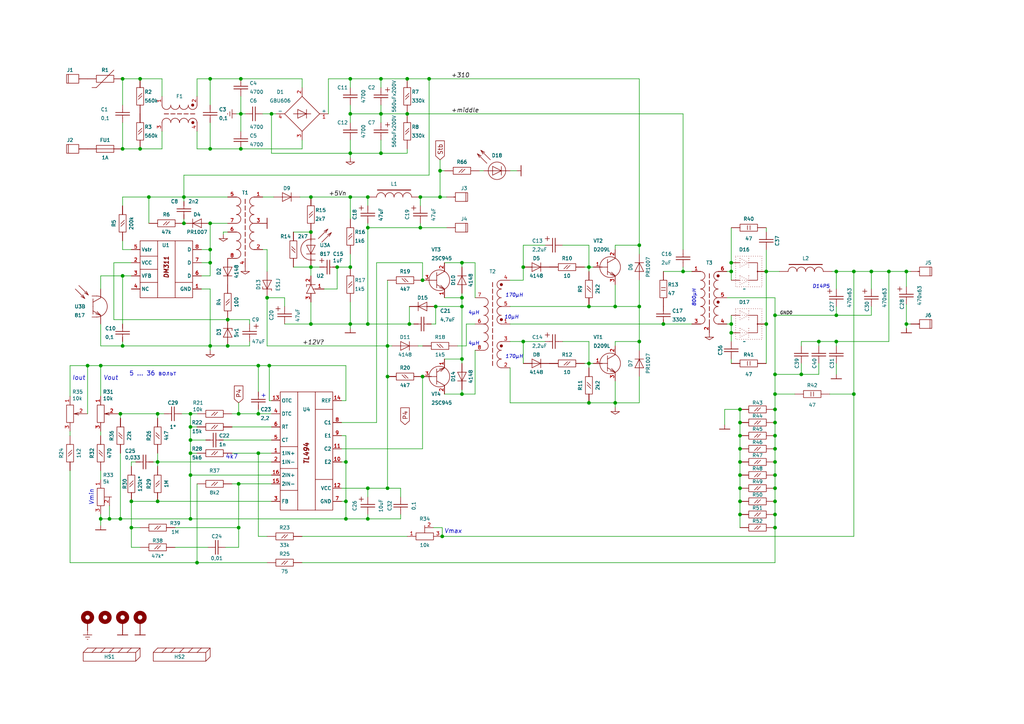
<source format=kicad_sch>
(kicad_sch (version 20230121) (generator eeschema)
  (paper "A4")
  (junction (at 112.395 109.22))
  (junction (at 66.04 92.71))
  (junction (at 232.41 108.585))
  (junction (at 214.63 149.225))
  (junction (at 192.405 93.98))
  (junction (at 224.79 133.985))
  (junction (at 69.215 153.035))
  (junction (at 106.68 141.605))
  (junction (at 262.89 78.74))
  (junction (at 133.985 104.14))
  (junction (at 252.73 78.74))
  (junction (at 97.79 77.47))
  (junction (at 247.65 78.74))
  (junction (at 112.395 141.605))
  (junction (at 214.63 118.745))
  (junction (at 224.79 122.555))
  (junction (at 69.215 120.015))
  (junction (at 127.635 49.53))
  (junction (at 151.765 99.06))
  (junction (at 222.25 93.98))
  (junction (at 55.245 123.825))
  (junction (at 66.04 100.33))
  (junction (at 38.1 145.415))
  (junction (at 185.42 88.9))
  (junction (at 224.79 149.225))
  (junction (at 118.11 22.86))
  (junction (at 106.68 57.15))
  (junction (at 57.15 163.195))
  (junction (at 112.395 100.33))
  (junction (at 151.765 77.47))
  (junction (at 53.34 57.15))
  (junction (at 133.985 114.3))
  (junction (at 185.42 99.06))
  (junction (at 78.74 33.02))
  (junction (at 35.56 22.86))
  (junction (at 257.81 78.74))
  (junction (at 106.68 66.04))
  (junction (at 55.245 131.445))
  (junction (at 60.96 100.33))
  (junction (at 122.555 109.22))
  (junction (at 224.79 137.795))
  (junction (at 224.79 114.3))
  (junction (at 224.79 153.035))
  (junction (at 90.17 57.15))
  (junction (at 124.46 22.86))
  (junction (at 121.92 66.04))
  (junction (at 43.18 57.15))
  (junction (at 40.64 43.18))
  (junction (at 101.6 22.86))
  (junction (at 31.75 150.495))
  (junction (at 101.6 77.47))
  (junction (at 100.33 150.495))
  (junction (at 35.56 100.33))
  (junction (at 224.79 130.175))
  (junction (at 170.815 116.84))
  (junction (at 126.365 88.9))
  (junction (at 45.72 133.985))
  (junction (at 69.85 43.18))
  (junction (at 55.245 137.795))
  (junction (at 133.985 76.2))
  (junction (at 69.85 22.86))
  (junction (at 74.93 106.045))
  (junction (at 100.33 145.415))
  (junction (at 212.09 96.52))
  (junction (at 214.63 133.985))
  (junction (at 110.49 44.45))
  (junction (at 224.79 91.44))
  (junction (at 214.63 122.555))
  (junction (at 224.79 108.585))
  (junction (at 106.68 93.98))
  (junction (at 178.435 116.84))
  (junction (at 34.925 120.015))
  (junction (at 110.49 33.02))
  (junction (at 214.63 145.415))
  (junction (at 121.92 57.15))
  (junction (at 78.105 106.045))
  (junction (at 29.21 106.045))
  (junction (at 133.985 86.36))
  (junction (at 170.815 88.9))
  (junction (at 214.63 130.175))
  (junction (at 90.17 77.47))
  (junction (at 100.33 133.985))
  (junction (at 242.57 91.44))
  (junction (at 40.64 22.86))
  (junction (at 69.215 140.335))
  (junction (at 45.72 120.015))
  (junction (at 45.72 145.415))
  (junction (at 74.93 120.015))
  (junction (at 29.21 150.495))
  (junction (at 212.09 93.98))
  (junction (at 55.245 127.635))
  (junction (at 242.57 78.74))
  (junction (at 127.635 57.15))
  (junction (at 34.925 150.495))
  (junction (at 237.49 99.06))
  (junction (at 224.79 141.605))
  (junction (at 35.56 80.01))
  (junction (at 60.96 64.77))
  (junction (at 101.6 33.02))
  (junction (at 185.42 71.12))
  (junction (at 101.6 93.98))
  (junction (at 133.985 88.9))
  (junction (at 60.96 72.39))
  (junction (at 170.815 77.47))
  (junction (at 60.96 76.2))
  (junction (at 101.6 57.15))
  (junction (at 214.63 126.365))
  (junction (at 25.4 106.045))
  (junction (at 101.6 44.45))
  (junction (at 222.25 78.74))
  (junction (at 60.96 43.18))
  (junction (at 212.09 76.2))
  (junction (at 224.79 145.415))
  (junction (at 262.89 93.98))
  (junction (at 128.27 155.575))
  (junction (at 212.09 78.74))
  (junction (at 214.63 137.795))
  (junction (at 106.68 150.495))
  (junction (at 38.1 153.035))
  (junction (at 90.17 67.31))
  (junction (at 118.11 33.02))
  (junction (at 35.56 43.18))
  (junction (at 55.245 120.015))
  (junction (at 90.17 93.98))
  (junction (at 55.245 150.495))
  (junction (at 122.555 81.28))
  (junction (at 247.65 114.3))
  (junction (at 242.57 99.06))
  (junction (at 170.815 105.41))
  (junction (at 74.93 131.445))
  (junction (at 53.34 64.77))
  (junction (at 69.85 33.02))
  (junction (at 198.12 78.74))
  (junction (at 178.435 88.9))
  (junction (at 214.63 141.605))
  (junction (at 224.79 118.745))
  (junction (at 77.47 86.36))
  (junction (at 118.745 93.98))
  (junction (at 110.49 22.86))
  (junction (at 224.79 126.365))
  (junction (at 60.96 22.86))
  (wire (pts (xy 212.09 78.74) (xy 210.82 78.74)))
  (wire (pts (xy 110.49 22.86) (xy 110.49 25.4)))
  (wire (pts (xy 214.63 130.175) (xy 214.63 133.985)))
  (wire (pts (xy 101.6 93.98) (xy 101.6 95.25)))
  (wire (pts (xy 147.955 106.68) (xy 147.955 116.84)))
  (wire (pts (xy 110.49 33.02) (xy 118.11 33.02)))
  (wire (pts (xy 67.31 123.825) (xy 78.74 123.825)))
  (wire (pts (xy 178.435 99.06) (xy 185.42 99.06)))
  (wire (pts (xy 170.815 71.12) (xy 163.195 71.12)))
  (wire (pts (xy 53.34 50.8) (xy 124.46 50.8)))
  (wire (pts (xy 118.11 33.02) (xy 198.12 33.02)))
  (wire (pts (xy 69.215 116.84) (xy 69.215 120.015)))
  (wire (pts (xy 214.63 137.795) (xy 214.63 141.605)))
  (wire (pts (xy 242.57 78.74) (xy 242.57 83.82)))
  (wire (pts (xy 106.68 141.605) (xy 112.395 141.605)))
  (wire (pts (xy 69.85 27.94) (xy 69.85 33.02)))
  (wire (pts (xy 38.1 80.01) (xy 35.56 80.01)))
  (wire (pts (xy 90.17 80.01) (xy 90.17 77.47)))
  (wire (pts (xy 133.985 113.03) (xy 133.985 114.3)))
  (wire (pts (xy 169.545 77.47) (xy 170.815 77.47)))
  (wire (pts (xy 178.435 71.12) (xy 178.435 72.39)))
  (wire (pts (xy 64.77 67.945) (xy 64.77 67.31)))
  (wire (pts (xy 224.79 108.585) (xy 232.41 108.585)))
  (wire (pts (xy 198.12 72.39) (xy 198.12 33.02)))
  (wire (pts (xy 252.73 88.9) (xy 252.73 91.44)))
  (wire (pts (xy 222.25 66.04) (xy 222.25 67.31)))
  (wire (pts (xy 170.815 105.41) (xy 172.085 105.41)))
  (wire (pts (xy 60.96 22.86) (xy 57.15 22.86)))
  (wire (pts (xy 242.57 91.44) (xy 224.79 91.44)))
  (wire (pts (xy 112.395 81.28) (xy 112.395 100.33)))
  (wire (pts (xy 29.21 106.045) (xy 74.93 106.045)))
  (wire (pts (xy 60.96 83.82) (xy 60.96 100.33)))
  (wire (pts (xy 222.25 78.74) (xy 226.06 78.74)))
  (wire (pts (xy 178.435 116.84) (xy 170.815 116.84)))
  (wire (pts (xy 78.74 137.795) (xy 55.245 137.795)))
  (wire (pts (xy 158.115 71.12) (xy 151.765 71.12)))
  (wire (pts (xy 64.77 127.635) (xy 78.74 127.635)))
  (wire (pts (xy 147.955 93.98) (xy 192.405 93.98)))
  (wire (pts (xy 137.795 86.36) (xy 137.795 76.2)))
  (wire (pts (xy 46.99 27.94) (xy 46.99 22.86)))
  (wire (pts (xy 101.6 87.63) (xy 101.6 93.98)))
  (wire (pts (xy 247.65 78.74) (xy 242.57 78.74)))
  (wire (pts (xy 35.56 72.39) (xy 38.1 72.39)))
  (wire (pts (xy 109.22 76.2) (xy 109.22 122.555)))
  (wire (pts (xy 57.15 163.195) (xy 77.47 163.195)))
  (wire (pts (xy 85.09 77.47) (xy 90.17 77.47)))
  (wire (pts (xy 34.29 120.015) (xy 34.925 120.015)))
  (wire (pts (xy 72.39 99.06) (xy 72.39 100.33)))
  (wire (pts (xy 97.79 83.82) (xy 97.79 77.47)))
  (wire (pts (xy 122.555 76.2) (xy 109.22 76.2)))
  (wire (pts (xy 53.34 57.15) (xy 53.34 50.8)))
  (wire (pts (xy 101.6 33.02) (xy 110.49 33.02)))
  (wire (pts (xy 247.65 114.3) (xy 247.65 78.74)))
  (wire (pts (xy 116.205 141.605) (xy 116.205 144.145)))
  (wire (pts (xy 55.245 150.495) (xy 100.33 150.495)))
  (wire (pts (xy 55.245 137.795) (xy 55.245 150.495)))
  (wire (pts (xy 35.56 22.86) (xy 35.56 30.48)))
  (wire (pts (xy 40.64 153.035) (xy 38.1 153.035)))
  (wire (pts (xy 78.74 33.02) (xy 78.74 44.45)))
  (wire (pts (xy 242.57 99.06) (xy 257.81 99.06)))
  (wire (pts (xy 38.1 153.035) (xy 38.1 158.75)))
  (wire (pts (xy 106.68 59.69) (xy 106.68 57.15)))
  (wire (pts (xy 78.105 106.045) (xy 78.105 116.205)))
  (wire (pts (xy 99.06 145.415) (xy 100.33 145.415)))
  (wire (pts (xy 125.73 153.035) (xy 128.27 153.035)))
  (wire (pts (xy 192.405 93.98) (xy 200.66 93.98)))
  (wire (pts (xy 34.925 131.445) (xy 34.925 150.495)))
  (wire (pts (xy 74.93 155.575) (xy 74.93 131.445)))
  (wire (pts (xy 60.96 22.86) (xy 69.85 22.86)))
  (wire (pts (xy 35.56 100.33) (xy 35.56 99.06)))
  (wire (pts (xy 106.68 93.98) (xy 118.745 93.98)))
  (wire (pts (xy 121.92 66.04) (xy 106.68 66.04)))
  (wire (pts (xy 237.49 99.06) (xy 237.49 100.33)))
  (wire (pts (xy 133.985 114.3) (xy 128.905 114.3)))
  (wire (pts (xy 60.96 83.82) (xy 58.42 83.82)))
  (wire (pts (xy 60.96 43.18) (xy 60.96 35.56)))
  (wire (pts (xy 137.795 93.98) (xy 135.255 93.98)))
  (wire (pts (xy 232.41 108.585) (xy 237.49 108.585)))
  (wire (pts (xy 212.09 78.74) (xy 212.09 81.28)))
  (wire (pts (xy 122.555 76.2) (xy 122.555 81.28)))
  (wire (pts (xy 252.73 91.44) (xy 242.57 91.44)))
  (wire (pts (xy 34.925 150.495) (xy 55.245 150.495)))
  (wire (pts (xy 224.79 130.175) (xy 224.79 133.985)))
  (wire (pts (xy 106.68 149.225) (xy 106.68 150.495)))
  (wire (pts (xy 76.2 57.15) (xy 79.375 57.15)))
  (wire (pts (xy 185.42 22.86) (xy 185.42 71.12)))
  (wire (pts (xy 60.96 100.33) (xy 60.96 101.6)))
  (wire (pts (xy 178.435 99.06) (xy 178.435 100.33)))
  (wire (pts (xy 38.1 158.75) (xy 40.64 158.75)))
  (wire (pts (xy 34.925 120.015) (xy 45.72 120.015)))
  (wire (pts (xy 237.49 99.06) (xy 242.57 99.06)))
  (wire (pts (xy 101.6 25.4) (xy 101.6 22.86)))
  (wire (pts (xy 60.96 43.18) (xy 69.85 43.18)))
  (wire (pts (xy 137.795 76.2) (xy 133.985 76.2)))
  (wire (pts (xy 66.04 64.77) (xy 60.96 64.77)))
  (wire (pts (xy 125.095 93.98) (xy 126.365 93.98)))
  (wire (pts (xy 45.72 135.255) (xy 45.72 133.985)))
  (wire (pts (xy 147.955 116.84) (xy 170.815 116.84)))
  (wire (pts (xy 110.49 33.02) (xy 110.49 35.56)))
  (wire (pts (xy 224.79 145.415) (xy 224.79 149.225)))
  (wire (pts (xy 133.985 86.36) (xy 133.985 88.9)))
  (wire (pts (xy 39.37 133.985) (xy 38.1 133.985)))
  (wire (pts (xy 178.435 71.12) (xy 185.42 71.12)))
  (wire (pts (xy 185.42 73.66) (xy 185.42 71.12)))
  (wire (pts (xy 214.63 133.985) (xy 214.63 137.795)))
  (wire (pts (xy 55.245 123.825) (xy 57.15 123.825)))
  (wire (pts (xy 247.65 78.74) (xy 252.73 78.74)))
  (wire (pts (xy 35.56 35.56) (xy 35.56 43.18)))
  (wire (pts (xy 198.12 77.47) (xy 198.12 78.74)))
  (wire (pts (xy 170.815 77.47) (xy 172.085 77.47)))
  (wire (pts (xy 224.79 108.585) (xy 224.79 114.3)))
  (wire (pts (xy 133.985 85.09) (xy 133.985 86.36)))
  (wire (pts (xy 170.815 99.06) (xy 170.815 105.41)))
  (wire (pts (xy 99.06 133.985) (xy 100.33 133.985)))
  (wire (pts (xy 65.405 158.75) (xy 69.215 158.75)))
  (wire (pts (xy 224.79 114.3) (xy 224.79 118.745)))
  (wire (pts (xy 55.245 120.015) (xy 55.245 123.825)))
  (wire (pts (xy 69.85 33.02) (xy 71.12 33.02)))
  (wire (pts (xy 224.79 153.035) (xy 224.79 163.195)))
  (wire (pts (xy 43.18 57.15) (xy 53.34 57.15)))
  (wire (pts (xy 178.435 110.49) (xy 178.435 116.84)))
  (wire (pts (xy 85.09 67.31) (xy 90.17 67.31)))
  (wire (pts (xy 147.955 88.9) (xy 170.815 88.9)))
  (wire (pts (xy 74.93 131.445) (xy 78.74 131.445)))
  (wire (pts (xy 58.42 80.01) (xy 60.96 80.01)))
  (wire (pts (xy 50.8 153.035) (xy 69.215 153.035)))
  (wire (pts (xy 112.395 141.605) (xy 116.205 141.605)))
  (wire (pts (xy 178.435 82.55) (xy 178.435 88.9)))
  (wire (pts (xy 128.27 155.575) (xy 128.27 153.035)))
  (wire (pts (xy 45.72 131.445) (xy 45.72 133.985)))
  (wire (pts (xy 101.6 44.45) (xy 110.49 44.45)))
  (wire (pts (xy 214.63 122.555) (xy 214.63 126.365)))
  (wire (pts (xy 69.215 140.335) (xy 78.74 140.335)))
  (wire (pts (xy 29.21 80.01) (xy 35.56 80.01)))
  (wire (pts (xy 224.79 126.365) (xy 224.79 130.175)))
  (wire (pts (xy 242.57 100.33) (xy 242.57 99.06)))
  (wire (pts (xy 185.42 101.6) (xy 185.42 99.06)))
  (wire (pts (xy 90.17 57.15) (xy 101.6 57.15)))
  (wire (pts (xy 35.56 69.85) (xy 35.56 72.39)))
  (wire (pts (xy 170.815 78.74) (xy 170.815 77.47)))
  (wire (pts (xy 110.49 30.48) (xy 110.49 33.02)))
  (wire (pts (xy 60.96 30.48) (xy 60.96 22.86)))
  (wire (pts (xy 224.79 86.36) (xy 224.79 91.44)))
  (wire (pts (xy 214.63 126.365) (xy 214.63 130.175)))
  (wire (pts (xy 133.985 105.41) (xy 133.985 104.14)))
  (wire (pts (xy 57.15 38.1) (xy 57.15 43.18)))
  (wire (pts (xy 82.55 93.98) (xy 90.17 93.98)))
  (wire (pts (xy 101.6 44.45) (xy 101.6 45.72)))
  (wire (pts (xy 120.015 93.98) (xy 118.745 93.98)))
  (wire (pts (xy 210.185 118.745) (xy 214.63 118.745)))
  (wire (pts (xy 128.905 76.2) (xy 133.985 76.2)))
  (wire (pts (xy 67.31 120.015) (xy 69.215 120.015)))
  (wire (pts (xy 237.49 105.41) (xy 237.49 108.585)))
  (wire (pts (xy 262.89 83.185) (xy 262.89 78.74)))
  (wire (pts (xy 185.42 81.28) (xy 185.42 88.9)))
  (wire (pts (xy 110.49 44.45) (xy 118.11 44.45)))
  (wire (pts (xy 29.21 150.495) (xy 29.21 152.4)))
  (wire (pts (xy 222.25 93.98) (xy 222.25 105.41)))
  (wire (pts (xy 29.21 93.98) (xy 29.21 100.33)))
  (wire (pts (xy 185.42 109.22) (xy 185.42 116.84)))
  (wire (pts (xy 124.46 50.8) (xy 124.46 22.86)))
  (wire (pts (xy 95.25 22.86) (xy 101.6 22.86)))
  (wire (pts (xy 198.12 78.74) (xy 200.66 78.74)))
  (wire (pts (xy 210.185 118.745) (xy 210.185 123.19)))
  (wire (pts (xy 224.79 114.3) (xy 230.505 114.3)))
  (wire (pts (xy 35.56 100.33) (xy 60.96 100.33)))
  (wire (pts (xy 74.93 106.045) (xy 78.105 106.045)))
  (wire (pts (xy 232.41 100.33) (xy 232.41 99.06)))
  (wire (pts (xy 74.93 118.745) (xy 74.93 120.015)))
  (wire (pts (xy 124.46 22.86) (xy 185.42 22.86)))
  (wire (pts (xy 262.89 93.98) (xy 262.89 95.25)))
  (wire (pts (xy 57.15 22.86) (xy 57.15 27.94)))
  (wire (pts (xy 29.21 150.495) (xy 31.75 150.495)))
  (wire (pts (xy 127.635 46.355) (xy 127.635 49.53)))
  (wire (pts (xy 87.63 155.575) (xy 118.11 155.575)))
  (wire (pts (xy 224.79 133.985) (xy 224.79 137.795)))
  (wire (pts (xy 90.17 87.63) (xy 90.17 93.98)))
  (wire (pts (xy 133.985 114.3) (xy 137.795 114.3)))
  (wire (pts (xy 20.32 125.095) (xy 20.32 126.365)))
  (wire (pts (xy 77.47 100.33) (xy 112.395 100.33)))
  (wire (pts (xy 31.75 146.685) (xy 31.75 150.495)))
  (wire (pts (xy 25.4 106.045) (xy 25.4 120.015)))
  (wire (pts (xy 242.57 105.41) (xy 242.57 108.585)))
  (wire (pts (xy 112.395 109.22) (xy 112.395 141.605)))
  (wire (pts (xy 57.15 120.015) (xy 55.245 120.015)))
  (wire (pts (xy 20.32 163.195) (xy 57.15 163.195)))
  (wire (pts (xy 29.21 100.33) (xy 35.56 100.33)))
  (wire (pts (xy 106.68 150.495) (xy 100.33 150.495)))
  (wire (pts (xy 224.79 141.605) (xy 224.79 145.415)))
  (wire (pts (xy 25.4 106.045) (xy 29.21 106.045)))
  (wire (pts (xy 97.79 77.47) (xy 101.6 77.47)))
  (wire (pts (xy 60.96 72.39) (xy 60.96 76.2)))
  (wire (pts (xy 33.02 92.71) (xy 66.04 92.71)))
  (wire (pts (xy 77.47 86.36) (xy 82.55 86.36)))
  (wire (pts (xy 53.34 57.15) (xy 53.34 58.42)))
  (wire (pts (xy 212.09 93.98) (xy 212.09 96.52)))
  (wire (pts (xy 212.09 91.44) (xy 212.09 93.98)))
  (wire (pts (xy 29.21 126.365) (xy 29.21 125.095)))
  (wire (pts (xy 93.98 83.82) (xy 97.79 83.82)))
  (wire (pts (xy 87.63 22.86) (xy 69.85 22.86)))
  (wire (pts (xy 135.255 100.33) (xy 132.715 100.33)))
  (wire (pts (xy 60.96 80.01) (xy 60.96 76.2)))
  (wire (pts (xy 35.56 43.18) (xy 40.64 43.18)))
  (wire (pts (xy 252.73 78.74) (xy 257.81 78.74)))
  (wire (pts (xy 100.33 133.985) (xy 100.33 126.365)))
  (wire (pts (xy 210.82 93.98) (xy 212.09 93.98)))
  (wire (pts (xy 69.215 120.015) (xy 74.93 120.015)))
  (wire (pts (xy 185.42 88.9) (xy 185.42 99.06)))
  (wire (pts (xy 29.21 136.525) (xy 29.21 139.065)))
  (wire (pts (xy 45.72 145.415) (xy 78.74 145.415)))
  (wire (pts (xy 53.34 57.15) (xy 66.04 57.15)))
  (wire (pts (xy 50.8 158.75) (xy 60.325 158.75)))
  (wire (pts (xy 45.72 133.985) (xy 78.74 133.985)))
  (wire (pts (xy 100.33 106.045) (xy 100.33 116.205)))
  (wire (pts (xy 151.765 99.06) (xy 151.765 105.41)))
  (wire (pts (xy 224.79 118.745) (xy 224.79 122.555)))
  (wire (pts (xy 29.21 106.045) (xy 29.21 114.935)))
  (wire (pts (xy 58.42 76.2) (xy 60.96 76.2)))
  (wire (pts (xy 118.745 93.98) (xy 118.745 88.9)))
  (wire (pts (xy 74.93 120.015) (xy 78.74 120.015)))
  (wire (pts (xy 242.57 91.44) (xy 242.57 88.9)))
  (wire (pts (xy 78.74 44.45) (xy 101.6 44.45)))
  (wire (pts (xy 60.96 64.77) (xy 60.96 72.39)))
  (wire (pts (xy 38.1 145.415) (xy 38.1 153.035)))
  (wire (pts (xy 170.815 105.41) (xy 170.815 106.68)))
  (wire (pts (xy 121.92 57.15) (xy 121.92 59.69)))
  (wire (pts (xy 214.63 141.605) (xy 214.63 145.415)))
  (wire (pts (xy 55.245 131.445) (xy 55.245 127.635)))
  (wire (pts (xy 126.365 88.9) (xy 133.985 88.9)))
  (wire (pts (xy 86.995 57.15) (xy 90.17 57.15)))
  (wire (pts (xy 38.1 133.985) (xy 38.1 135.255)))
  (wire (pts (xy 257.81 78.74) (xy 257.81 99.06)))
  (wire (pts (xy 101.6 22.86) (xy 110.49 22.86)))
  (wire (pts (xy 55.245 131.445) (xy 57.15 131.445)))
  (wire (pts (xy 60.96 100.33) (xy 66.04 100.33)))
  (wire (pts (xy 45.72 120.015) (xy 45.72 121.285)))
  (wire (pts (xy 127.635 49.53) (xy 128.905 49.53)))
  (wire (pts (xy 31.75 150.495) (xy 34.925 150.495)))
  (wire (pts (xy 87.63 25.4) (xy 87.63 22.86)))
  (wire (pts (xy 139.065 49.53) (xy 140.335 49.53)))
  (wire (pts (xy 77.47 155.575) (xy 74.93 155.575)))
  (wire (pts (xy 212.09 96.52) (xy 212.09 99.06)))
  (wire (pts (xy 151.765 77.47) (xy 151.765 81.28)))
  (wire (pts (xy 38.1 145.415) (xy 45.72 145.415)))
  (wire (pts (xy 127.635 57.15) (xy 129.54 57.15)))
  (wire (pts (xy 20.32 106.045) (xy 25.4 106.045)))
  (wire (pts (xy 101.6 57.15) (xy 106.68 57.15)))
  (wire (pts (xy 222.25 72.39) (xy 222.25 78.74)))
  (wire (pts (xy 29.21 149.225) (xy 29.21 150.495)))
  (wire (pts (xy 55.245 127.635) (xy 59.69 127.635)))
  (wire (pts (xy 99.06 116.205) (xy 100.33 116.205)))
  (wire (pts (xy 151.765 71.12) (xy 151.765 77.47)))
  (wire (pts (xy 240.665 114.3) (xy 247.65 114.3)))
  (wire (pts (xy 100.33 126.365) (xy 99.06 126.365)))
  (wire (pts (xy 210.82 86.36) (xy 224.79 86.36)))
  (wire (pts (xy 57.15 43.18) (xy 60.96 43.18)))
  (wire (pts (xy 52.705 120.015) (xy 55.245 120.015)))
  (wire (pts (xy 87.63 163.195) (xy 224.79 163.195)))
  (wire (pts (xy 101.6 93.98) (xy 90.17 93.98)))
  (wire (pts (xy 87.63 40.64) (xy 87.63 43.18)))
  (wire (pts (xy 212.09 66.04) (xy 212.09 76.2)))
  (wire (pts (xy 72.39 100.33) (xy 66.04 100.33)))
  (wire (pts (xy 170.815 105.41) (xy 169.545 105.41)))
  (wire (pts (xy 135.255 93.98) (xy 135.255 100.33)))
  (wire (pts (xy 170.815 88.9) (xy 178.435 88.9)))
  (wire (pts (xy 121.92 64.77) (xy 121.92 66.04)))
  (wire (pts (xy 224.79 137.795) (xy 224.79 141.605)))
  (wire (pts (xy 126.365 93.98) (xy 126.365 88.9)))
  (wire (pts (xy 112.395 100.33) (xy 112.395 109.22)))
  (wire (pts (xy 112.395 100.33) (xy 113.665 100.33)))
  (wire (pts (xy 224.79 149.225) (xy 224.79 153.035)))
  (wire (pts (xy 106.68 66.04) (xy 106.68 93.98)))
  (wire (pts (xy 106.68 93.98) (xy 101.6 93.98)))
  (wire (pts (xy 116.205 149.225) (xy 116.205 150.495)))
  (wire (pts (xy 44.45 133.985) (xy 45.72 133.985)))
  (wire (pts (xy 127.635 49.53) (xy 127.635 57.15)))
  (wire (pts (xy 252.73 78.74) (xy 252.73 83.82)))
  (wire (pts (xy 101.6 63.5) (xy 101.6 57.15)))
  (wire (pts (xy 87.63 43.18) (xy 69.85 43.18)))
  (wire (pts (xy 121.92 57.15) (xy 127.635 57.15)))
  (wire (pts (xy 77.47 100.33) (xy 77.47 86.36)))
  (wire (pts (xy 55.245 123.825) (xy 55.245 127.635)))
  (wire (pts (xy 118.11 22.86) (xy 124.46 22.86)))
  (wire (pts (xy 242.57 78.74) (xy 241.3 78.74)))
  (wire (pts (xy 57.15 140.335) (xy 57.15 163.195)))
  (wire (pts (xy 101.6 30.48) (xy 101.6 33.02)))
  (wire (pts (xy 101.6 73.66) (xy 101.6 77.47)))
  (wire (pts (xy 33.02 76.2) (xy 33.02 92.71)))
  (wire (pts (xy 38.1 76.2) (xy 33.02 76.2)))
  (wire (pts (xy 20.32 136.525) (xy 20.32 163.195)))
  (wire (pts (xy 77.47 78.74) (xy 77.47 72.39)))
  (wire (pts (xy 101.6 33.02) (xy 101.6 35.56)))
  (wire (pts (xy 214.63 118.745) (xy 214.63 122.555)))
  (wire (pts (xy 35.56 80.01) (xy 35.56 93.98)))
  (wire (pts (xy 95.25 33.02) (xy 95.25 22.86)))
  (wire (pts (xy 90.17 77.47) (xy 92.71 77.47)))
  (wire (pts (xy 133.985 77.47) (xy 133.985 76.2)))
  (wire (pts (xy 34.925 120.015) (xy 34.925 121.285)))
  (wire (pts (xy 133.985 86.36) (xy 128.905 86.36)))
  (wire (pts (xy 45.72 120.015) (xy 47.625 120.015)))
  (wire (pts (xy 116.205 150.495) (xy 106.68 150.495)))
  (wire (pts (xy 262.89 93.98) (xy 264.16 93.98)))
  (wire (pts (xy 67.31 131.445) (xy 74.93 131.445)))
  (wire (pts (xy 67.31 140.335) (xy 69.215 140.335)))
  (wire (pts (xy 46.99 38.1) (xy 46.99 43.18)))
  (wire (pts (xy 106.68 64.77) (xy 106.68 66.04)))
  (wire (pts (xy 147.955 49.53) (xy 149.86 49.53)))
  (wire (pts (xy 72.39 93.98) (xy 72.39 92.71)))
  (wire (pts (xy 128.27 155.575) (xy 247.65 155.575)))
  (wire (pts (xy 122.555 109.22) (xy 122.555 130.175)))
  (wire (pts (xy 121.285 100.33) (xy 122.555 100.33)))
  (wire (pts (xy 101.6 40.64) (xy 101.6 44.45)))
  (wire (pts (xy 224.79 91.44) (xy 224.79 108.585)))
  (wire (pts (xy 212.09 104.14) (xy 212.09 105.41)))
  (wire (pts (xy 35.56 57.15) (xy 43.18 57.15)))
  (wire (pts (xy 178.435 88.9) (xy 185.42 88.9)))
  (wire (pts (xy 257.81 78.74) (xy 262.89 78.74)))
  (wire (pts (xy 58.42 72.39) (xy 60.96 72.39)))
  (wire (pts (xy 118.11 43.18) (xy 118.11 44.45)))
  (wire (pts (xy 46.99 22.86) (xy 40.64 22.86)))
  (wire (pts (xy 222.25 78.74) (xy 222.25 93.98)))
  (wire (pts (xy 100.33 145.415) (xy 100.33 133.985)))
  (wire (pts (xy 100.33 106.045) (xy 78.105 106.045)))
  (wire (pts (xy 247.65 155.575) (xy 247.65 114.3)))
  (wire (pts (xy 82.55 86.36) (xy 82.55 88.9)))
  (wire (pts (xy 163.195 99.06) (xy 170.815 99.06)))
  (wire (pts (xy 74.93 106.045) (xy 74.93 113.665)))
  (wire (pts (xy 77.47 72.39) (xy 76.2 72.39)))
  (wire (pts (xy 214.63 149.225) (xy 214.63 153.035)))
  (wire (pts (xy 192.405 78.74) (xy 198.12 78.74)))
  (wire (pts (xy 53.34 63.5) (xy 53.34 64.77)))
  (wire (pts (xy 78.74 116.205) (xy 78.105 116.205)))
  (wire (pts (xy 35.56 22.86) (xy 40.64 22.86)))
  (wire (pts (xy 99.06 141.605) (xy 106.68 141.605)))
  (wire (pts (xy 147.955 99.06) (xy 151.765 99.06)))
  (wire (pts (xy 55.245 131.445) (xy 55.245 137.795)))
  (wire (pts (xy 29.21 83.82) (xy 29.21 80.01)))
  (wire (pts (xy 262.89 88.265) (xy 262.89 93.98)))
  (wire (pts (xy 69.215 140.335) (xy 69.215 153.035)))
  (wire (pts (xy 69.215 153.035) (xy 69.215 158.75)))
  (wire (pts (xy 99.06 122.555) (xy 109.22 122.555)))
  (wire (pts (xy 214.63 145.415) (xy 214.63 149.225)))
  (wire (pts (xy 133.985 88.9) (xy 133.985 104.14)))
  (wire (pts (xy 64.77 67.31) (xy 66.04 67.31)))
  (wire (pts (xy 224.79 122.555) (xy 224.79 126.365)))
  (wire (pts (xy 69.85 33.02) (xy 69.85 38.1)))
  (wire (pts (xy 137.795 101.6) (xy 137.795 114.3)))
  (wire (pts (xy 232.41 105.41) (xy 232.41 108.585)))
  (wire (pts (xy 78.74 33.02) (xy 76.2 33.02)))
  (wire (pts (xy 232.41 99.06) (xy 237.49 99.06)))
  (wire (pts (xy 110.49 40.64) (xy 110.49 44.45)))
  (wire (pts (xy 100.33 145.415) (xy 100.33 150.495)))
  (wire (pts (xy 110.49 22.86) (xy 118.11 22.86)))
  (wire (pts (xy 151.765 81.28) (xy 147.955 81.28)))
  (wire (pts (xy 72.39 92.71) (xy 66.04 92.71)))
  (wire (pts (xy 170.815 77.47) (xy 170.815 71.12)))
  (wire (pts (xy 99.06 130.175) (xy 122.555 130.175)))
  (wire (pts (xy 68.58 33.02) (xy 69.85 33.02)))
  (wire (pts (xy 158.115 99.06) (xy 151.765 99.06)))
  (wire (pts (xy 35.56 59.69) (xy 35.56 57.15)))
  (wire (pts (xy 46.99 43.18) (xy 40.64 43.18)))
  (wire (pts (xy 106.68 141.605) (xy 106.68 144.145)))
  (wire (pts (xy 185.42 116.84) (xy 178.435 116.84)))
  (wire (pts (xy 133.985 104.14) (xy 128.905 104.14)))
  (wire (pts (xy 43.18 57.15) (xy 43.18 64.77)))
  (wire (pts (xy 121.92 66.04) (xy 129.54 66.04)))
  (wire (pts (xy 178.435 116.84) (xy 178.435 118.11)))
  (wire (pts (xy 212.09 76.2) (xy 212.09 78.74)))
  (wire (pts (xy 262.89 78.74) (xy 264.16 78.74)))
  (wire (pts (xy 78.74 33.02) (xy 80.01 33.02)))
  (wire (pts (xy 20.32 114.935) (xy 20.32 106.045)))
  (text "4μH" (at 139.065 91.44 0) (effects (font (size 1.016 1.016) italic) (justify right bottom)))
  (text "Iout" (at 24.765 110.49 0) (effects (font (size 1.27 1.27) italic) (justify right bottom)))
  (text "Vmax" (at 133.985 154.94 0) (effects (font (size 1.27 1.27) italic) (justify right bottom)))
  (text "4k7" (at 65.405 133.35 0) (effects (font (size 1.27 1.27)) (justify left bottom)))
  (text "+" (at 75.565 115.57 0) (effects (font (size 1.27 1.27)) (justify left bottom)))
  (text "Vout" (at 34.29 110.49 0) (effects (font (size 1.27 1.27) italic) (justify right bottom)))
  (text "D14P5" (at 235.585 83.82 0) (effects (font (size 1.016 1.016) italic) (justify left bottom)))
  (text "170μH" (at 151.765 86.36 0) (effects (font (size 1.016 1.016) italic) (justify right bottom)))
  (text "10μH" (at 150.495 92.71 0) (effects (font (size 1.016 1.016) italic) (justify right bottom)))
  (text "170μH" (at 151.765 104.14 0) (effects (font (size 1.016 1.016) italic) (justify right bottom)))
  (text "Vmin" (at 27.305 146.685 90) (effects (font (size 1.27 1.27) italic) (justify left bottom)))
  (text "5 ... 36 вольт" (at 37.465 109.22 0) (effects (font (size 1.27 1.27)) (justify left bottom)))
  (text "800μH" (at 201.93 83.82 90) (effects (font (size 1.016 1.016) italic) (justify right bottom)))
  (text "4μH" (at 139.065 100.33 0) (effects (font (size 1.016 1.016) italic) (justify right bottom)))
  (label "+5Vn" (at 95.25 57.15 0) (effects (font italic)))
  (label "+middle" (at 130.81 33.02 0) (effects (font italic)))
  (label "+12V?" (at 87.63 100.33 0) (effects (font italic)))
  (label "GND0" (at 229.87 91.44 180) (effects (font (size 0.889 0.889) italic)))
  (label "+310" (at 130.81 22.86 0) (effects (font italic)))
  (global_label "P4" (shape input) (at 117.475 123.19 90) (property "Intersheetrefs" "${INTERSHEET_REFS}" (effects hide)))
  (global_label "Stb" (shape input) (at 127.635 46.355 90) (property "Intersheetrefs" "${INTERSHEET_REFS}" (effects hide)))
  (global_label "P4" (shape input) (at 69.215 116.84 90) (property "Intersheetrefs" "${INTERSHEET_REFS}" (effects hide)))
  (symbol (lib_id "_aa40_capacitors:C_CAP_PLUS") (at 110.49 38.1 90) (unit 1)
    (property "Reference" "C7" (at 106.68 35.56 90) (effects (font (size 1.016 1.016)) (justify right)))
    (property "Value" "560uFx200V" (at 114.3 38.1 0) (effects (font (size 1.016 1.016))))
    (property "Footprint" "mmods:CP3" (effects hide))
  )
  (symbol (lib_id "_aa40_resistors:R_RES_0.125W") (at 219.71 122.555 0) (mirror y) (unit 1)
    (property "Reference" "R44" (at 219.71 120.65 0) (effects (font (size 1.016 1.016))))
    (property "Footprint" "Resistor_SMD:R_1206_3216Metric" (effects hide))
  )
  (symbol (lib_id "_aa40_capacitors:C_CAP") (at 73.66 33.02 180) (unit 1)
    (property "Reference" "C6" (at 72.39 29.21 0) (effects (font (size 1.016 1.016)) (justify right)))
    (property "Value" "4700" (at 72.39 36.83 0) (effects (font (size 1.016 1.016)) (justify right)))
    (property "Footprint" "mmods:CPD11mmW5mmP10mm01" (effects hide))
  )
  (symbol (lib_id "Mechanical:MountingHole_Pad") (at 35.56 180.34 0) (unit 1)
    (property "Reference" "H2" (effects hide))
    (property "Value" "Earth" (effects hide))
    (property "Footprint" "MountingHole:MountingHole_3.2mm_M3_Pad" (effects hide))
  )
  (symbol (lib_name "MBR30200_1") (lib_id "_aa40_diodes:MBR30200") (at 215.9 78.74 0) (unit 1)
    (property "Reference" "D16" (at 215.9 72.39 0) (effects (font (size 1.016 1.016))))
    (property "Value" "~" (at 215.9 83.82 0) (effects (font (size 1.016 1.016))))
    (property "Footprint" "mmods:TO-220-3-01" (effects hide))
  )
  (symbol (lib_id "_aa40_misc:GND") (at 40.64 184.15 0) (unit 1)
    (property "Reference" "#PWR019" (effects hide))
    (property "Value" "GND" (effects hide))
  )
  (symbol (lib_id "_aa40_transformers:YC13006") (at 142.875 93.98 0) (unit 1)
    (property "Reference" "T2" (at 142.875 78.74 0) (effects (font (size 1.016 1.016))))
    (property "Value" "YC13006" (effects hide))
    (property "Footprint" "_aTransformers:Transformer_YC1306" (effects hide))
  )
  (symbol (lib_id "_aa40_resistors:R_RES_0.125W") (at 101.6 82.55 90) (unit 1)
    (property "Reference" "R17" (at 102.87 81.28 90) (effects (font (size 1.016 1.016)) (justify right)))
    (property "Value" "1k5" (at 102.87 83.82 90) (effects (font (size 1.016 1.016)) (justify right)))
    (property "Footprint" "Capacitor_SMD:C_1206_3216Metric" (effects hide))
  )
  (symbol (lib_id "_aa40_misc:RADIATOR2PSU1") (at 31.75 190.5 90) (unit 1)
    (property "Reference" "HS1" (at 31.75 190.5 90) (effects (font (size 1.016 1.016))))
    (property "Value" "RADIATOR2PSU1" (effects hide))
    (property "Footprint" "mmods:Radiator_2PSU1" (effects hide))
  )
  (symbol (lib_id "_aa40_capacitors:C_CAP_PLUS") (at 160.655 99.06 180) (unit 1)
    (property "Reference" "C14" (at 154.305 97.79 0) (effects (font (size 1.016 1.016)) (justify right)))
    (property "Value" "2,2uF" (at 154.305 100.33 0) (effects (font (size 1.016 1.016)) (justify right)))
    (property "Footprint" "Capacitor_THT:CP_Radial_D5.0mm_P2.50mm" (effects hide))
  )
  (symbol (lib_name "U_NPN_2_PART_1") (lib_id "_aa40_diodes:U_NPN_2_PART") (at 29.21 88.9 0) (unit 2)
    (property "Reference" "U3" (at 21.59 88.9 0) (effects (font (size 1.016 1.016)) (justify left)))
    (property "Value" "817" (at 21.59 91.44 0) (effects (font (size 1.016 1.016)) (justify left)))
    (property "Footprint" "Package_DIP:DIP-4_W10.16mm" (effects hide))
  )
  (symbol (lib_id "_aa40_transformers:HM1243") (at 71.12 62.23 0) (unit 1)
    (property "Reference" "T1" (at 71.12 55.88 0) (effects (font (size 1.016 1.016))))
    (property "Value" "HM1243" (effects hide))
    (property "Footprint" "_aTransformers:Transformer_HM1243" (effects hide))
  )
  (symbol (lib_id "_aa40_capacitors:C_CAP_PLUS") (at 106.68 146.685 270) (mirror x) (unit 1)
    (property "Reference" "C26" (at 102.87 146.685 0) (effects (font (size 1.016 1.016))))
    (property "Value" "10uF" (at 110.49 146.685 0) (effects (font (size 1.016 1.016))))
    (property "Footprint" "Capacitor_THT:CP_Radial_D6.3mm_P2.50mm" (effects hide))
  )
  (symbol (lib_id "_aa40_resistors:R_RES_0.125W") (at 34.925 126.365 270) (mirror x) (unit 1)
    (property "Reference" "R36" (at 32.385 126.365 0) (effects (font (size 1.016 1.016))))
    (property "Value" "22k" (at 37.465 126.365 0) (effects (font (size 1.016 1.016))))
    (property "Footprint" "Capacitor_SMD:C_1206_3216Metric" (effects hide))
  )
  (symbol (lib_id "_aa40_capacitors:C_CAP") (at 69.85 40.64 90) (unit 1)
    (property "Reference" "C5" (at 72.39 39.37 90) (effects (font (size 1.016 1.016)) (justify right)))
    (property "Value" "4700" (at 72.39 41.91 90) (effects (font (size 1.016 1.016)) (justify right)))
    (property "Footprint" "mmods:CPD11mmW5mmP10mm01" (effects hide))
  )
  (symbol (lib_id "_aa40_capacitors:C_CAP_PLUS") (at 252.73 86.36 270) (mirror x) (unit 1)
    (property "Reference" "C30" (at 251.46 88.9 0) (effects (font (size 1.016 1.016))))
    (property "Value" "470x63" (at 256.54 86.36 0) (effects (font (size 1.016 1.016))))
    (property "Footprint" "Capacitor_THT:CP_Radial_D14.0mm_P5.00mm" (effects hide))
  )
  (symbol (lib_id "_aa40_resistors:R_RES_2.0W") (at 217.17 105.41 0) (mirror x) (unit 1)
    (property "Reference" "R41" (at 217.17 102.87 0) (effects (font (size 1.016 1.016))))
    (property "Value" "47" (at 217.17 108.585 0) (effects (font (size 1.016 1.016))))
    (property "Footprint" "mmods:RES2WV01" (effects hide))
    (property "Datasheet" "https://eandc.ru/pdf/rezistor/s2-33n.pdf" (effects hide))
  )
  (symbol (lib_id "_aa40_resistors:R_RES_0.125W") (at 20.32 131.445 270) (unit 1)
    (property "Reference" "R24" (at 17.78 131.445 0) (effects (font (size 1.016 1.016))))
    (property "Value" "1k2" (at 22.86 131.445 0) (effects (font (size 1.016 1.016))))
    (property "Footprint" "Capacitor_SMD:C_1206_3216Metric" (effects hide))
  )
  (symbol (lib_id "_aa40_chips:TL494IDR") (at 88.9 128.905 0) (unit 1)
    (property "Reference" "U4" (at 88.9 118.745 0) (effects (font (size 1.016 1.016))))
    (property "Value" "TL494IDR" (effects hide))
    (property "Footprint" "Package_SO:SOIC-16_4.55x10.3mm_P1.27mm" (effects hide))
  )
  (symbol (lib_id "_aa40_inductors:LFERR") (at 233.68 78.74 0) (unit 1)
    (property "Reference" "L2" (at 233.68 74.93 0) (effects (font (size 1.016 1.016))))
    (property "Value" "LFERR" (effects hide))
    (property "Footprint" "_aTransformers:dross02" (effects hide))
  )
  (symbol (lib_id "_aa40_capacitors:C_CAP") (at 53.34 60.96 270) (mirror x) (unit 1)
    (property "Reference" "C8" (at 49.53 58.42 90) (effects (font (size 1.016 1.016)) (justify left)))
    (property "Value" "2n2" (at 54.61 58.42 90) (effects (font (size 1.016 1.016)) (justify left)))
    (property "Footprint" "Capacitor_THT:C_Disc_D3.0mm_W2.0mm_P2.50mm" (effects hide))
  )
  (symbol (lib_id "_aa40_misc:GND") (at 29.21 153.67 0) (unit 1)
    (property "Reference" "#PWR04" (effects hide))
    (property "Value" "GND" (effects hide))
  )
  (symbol (lib_id "_aa40_capacitors:C_CAP") (at 212.09 101.6 270) (unit 1)
    (property "Reference" "C36" (at 208.915 101.6 0) (effects (font (size 1.016 1.016))))
    (property "Value" "0,1" (effects hide))
    (property "Footprint" "Capacitor_THT:C_Disc_D3.0mm_W2.0mm_P2.50mm" (effects hide))
  )
  (symbol (lib_id "_aa40_resistors:R_RES_0.125W") (at 38.1 140.335 270) (unit 1)
    (property "Reference" "R30" (at 36.195 140.335 0) (effects (font (size 1.016 1.016))))
    (property "Value" "120k*" (at 40.64 140.335 0) (effects (font (size 1.016 1.016))))
    (property "Footprint" "Capacitor_SMD:C_1206_3216Metric" (effects hide))
  )
  (symbol (lib_id "_aa40_resistors:RP_POTENT") (at 20.32 120.015 270) (unit 1)
    (property "Reference" "R35" (at 20.955 113.665 90) (effects (font (size 1.016 1.016)) (justify left)))
    (property "Value" "10k" (at 20.955 115.57 90) (effects (font (size 1.016 1.016)) (justify left)))
    (property "Footprint" "Connector_PinHeader_2.54mm:PinHeader_1x03_P2.54mm_Vertical" (effects hide))
  )
  (symbol (lib_id "_aa40_capacitors:C_CAP") (at 198.12 74.93 90) (unit 1)
    (property "Reference" "C16" (at 191.77 73.66 90) (effects (font (size 1.016 1.016)) (justify right)))
    (property "Value" "2uF" (at 191.77 76.2 90) (effects (font (size 1.016 1.016)) (justify right)))
    (property "Footprint" "mmods:CP2" (effects hide))
  )
  (symbol (lib_id "_aa40_resistors:R_TERM1") (at 30.48 22.86 0) (unit 1)
    (property "Reference" "R1" (at 30.48 20.32 0) (effects (font (size 1.016 1.016))))
    (property "Value" "t°" (effects hide))
    (property "Footprint" "mmods:CPD1" (effects hide))
  )
  (symbol (lib_id "_aa40_diodes:DIODE") (at 117.475 100.33 0) (unit 1)
    (property "Reference" "D11" (at 117.475 97.79 0) (effects (font (size 1.016 1.016))))
    (property "Value" "4148" (at 117.475 102.87 0) (effects (font (size 1.016 1.016))))
    (property "Footprint" "Diode_SMD:D_1206_3216Metric" (effects hide))
  )
  (symbol (lib_id "_aa40_resistors:R_RES_0.125W") (at 101.6 68.58 90) (unit 1)
    (property "Reference" "R16" (at 102.87 67.31 90) (effects (font (size 1.016 1.016)) (justify right)))
    (property "Value" "1k6" (at 102.87 69.85 90) (effects (font (size 1.016 1.016)) (justify right)))
    (property "Footprint" "Capacitor_SMD:C_1206_3216Metric" (effects hide))
  )
  (symbol (lib_id "_aa40_resistors:R_RES_0.125W") (at 219.71 137.795 0) (mirror y) (unit 1)
    (property "Reference" "R48" (at 219.71 135.89 0) (effects (font (size 1.016 1.016))))
    (property "Footprint" "Resistor_SMD:R_1206_3216Metric" (effects hide))
  )
  (symbol (lib_id "_aa40_resistors:R_RES_0.125W") (at 170.815 111.76 90) (mirror x) (unit 1)
    (property "Reference" "R11" (at 168.275 111.76 0) (effects (font (size 1.016 1.016))))
    (property "Value" "2k2" (at 173.355 111.76 0) (effects (font (size 1.016 1.016))))
    (property "Footprint" "Resistor_THT:R_Axial_DIN0207_L6.3mm_D2.5mm_P10.16mm_Horizontal" (effects hide))
  )
  (symbol (lib_id "_aa40_resistors:R_RES_0.125W") (at 219.71 149.225 0) (mirror y) (unit 1)
    (property "Reference" "R51" (at 219.71 147.32 0) (effects (font (size 1.016 1.016))))
    (property "Footprint" "Resistor_SMD:R_1206_3216Metric" (effects hide))
  )
  (symbol (lib_id "_aa40_capacitors:C_CAP") (at 237.49 102.87 270) (unit 1)
    (property "Reference" "C40" (at 236.22 105.41 0) (effects (font (size 1.016 1.016))))
    (property "Value" "0,1" (effects hide))
    (property "Footprint" "Capacitor_SMD:C_1206_3216Metric" (effects hide))
  )
  (symbol (lib_id "_aa40_diodes:DIODE") (at 122.555 88.9 0) (mirror y) (unit 1)
    (property "Reference" "D15" (at 122.555 86.36 0) (effects (font (size 1.016 1.016))))
    (property "Value" "PR1007" (effects hide))
    (property "Footprint" "Diode_THT:D_A-405_P7.62mm_Horizontal" (effects hide))
  )
  (symbol (lib_id "_aa40_resistors:RP_POTENT") (at 29.21 120.015 270) (unit 1)
    (property "Reference" "R31" (at 29.845 113.665 90) (effects (font (size 1.016 1.016)) (justify left)))
    (property "Value" "10k" (at 29.845 115.57 90) (effects (font (size 1.016 1.016)) (justify left)))
    (property "Footprint" "Connector_PinHeader_2.54mm:PinHeader_1x03_P2.54mm_Vertical" (effects hide))
  )
  (symbol (lib_id "_aa40_resistors:R_RES_0.125W") (at 118.11 38.1 90) (unit 1)
    (property "Reference" "R8" (at 119.38 36.83 90) (effects (font (size 1.016 1.016)) (justify right)))
    (property "Value" "330k" (at 119.38 39.37 90) (effects (font (size 1.016 1.016)) (justify right)))
    (property "Footprint" "Capacitor_SMD:C_1206_3216Metric" (effects hide))
  )
  (symbol (lib_id "_aa40_resistors:RP_TRIMMER") (at 29.21 144.145 270) (unit 1)
    (property "Reference" "R33" (at 29.845 137.795 90) (effects (font (size 1.016 1.016)) (justify left)))
    (property "Value" "5k" (at 29.845 139.7 90) (effects (font (size 1.016 1.016)) (justify left)))
    (property "Footprint" "Potentiometer_THT:Potentiometer_Bourns_3296W_Vertical" (effects hide))
  )
  (symbol (lib_id "power:Earth") (at 25.4 182.88 0) (unit 1)
    (property "Reference" "#PWR02" (effects hide))
    (property "Value" "Earth" (effects hide))
  )
  (symbol (lib_id "Mechanical:MountingHole_Pad") (at 40.64 180.34 0) (unit 1)
    (property "Reference" "H3" (effects hide))
    (property "Value" "Earth" (effects hide))
    (property "Footprint" "MountingHole:MountingHole_3.2mm_M3_Pad" (effects hide))
  )
  (symbol (lib_id "_aa40_misc:GND") (at 242.57 109.855 0) (unit 1)
    (property "Reference" "#PWR015" (effects hide))
    (property "Value" "GND" (effects hide))
  )
  (symbol (lib_name "DIODE_1") (lib_id "_aa40_diodes:DIODE") (at 66.04 78.74 90) (mirror x) (unit 1)
    (property "Reference" "D2" (at 63.5 78.74 0) (effects (font (size 1.016 1.016))))
    (property "Value" "4148" (at 68.58 78.74 0) (effects (font (size 1.016 1.016))))
    (property "Footprint" "Diode_SMD:D_1206_3216Metric" (effects hide))
  )
  (symbol (lib_id "_aa40_resistors:R_RES_2.0W") (at 235.585 114.3 0) (mirror x) (unit 1)
    (property "Reference" "R42" (at 235.585 111.76 0) (effects (font (size 1.016 1.016))))
    (property "Value" "47" (at 235.585 117.475 0) (effects (font (size 1.016 1.016))))
    (property "Footprint" "mmods:RES2WV01" (effects hide))
    (property "Datasheet" "https://eandc.ru/pdf/rezistor/s2-33n.pdf" (effects hide))
  )
  (symbol (lib_id "_aa40_resistors:R_RES_0.125W") (at 164.465 105.41 0) (mirror y) (unit 1)
    (property "Reference" "R12" (at 164.465 102.87 0) (effects (font (size 1.016 1.016))))
    (property "Value" "10" (at 164.465 107.95 0) (effects (font (size 1.016 1.016))))
    (property "Footprint" "Resistor_SMD:R_1206_3216Metric" (effects hide))
  )
  (symbol (lib_id "_aa40_diodes:BRIDGE") (at 87.63 33.02 0) (unit 1)
    (property "Reference" "D1" (at 81.28 26.67 0) (effects (font (size 1.016 1.016))))
    (property "Value" "GBU606" (at 81.28 29.21 0) (effects (font (size 1.016 1.016))))
    (property "Footprint" "Diode_THT:Diode_Bridge_Vishay_GBU" (effects hide))
  )
  (symbol (lib_id "_aa40_resistors:R_RES_0.125W") (at 219.71 153.035 0) (mirror y) (unit 1)
    (property "Reference" "R52" (at 219.71 151.13 0) (effects (font (size 1.016 1.016))))
    (property "Footprint" "Resistor_SMD:R_1206_3216Metric" (effects hide))
  )
  (symbol (lib_id "_aa40_resistors:R_RES_0.125W") (at 133.985 49.53 0) (mirror y) (unit 1)
    (property "Reference" "R66" (at 133.985 46.99 0) (effects (font (size 1.016 1.016))))
    (property "Value" "10" (effects hide))
    (property "Footprint" "Resistor_SMD:R_1206_3216Metric" (effects hide))
  )
  (symbol (lib_id "_aa40_capacitors:C_CAP") (at 41.91 133.985 0) (unit 1)
    (property "Reference" "C25" (at 36.195 130.81 0) (effects (font (size 1.016 1.016)) (justify left)))
    (property "Value" "0,033" (at 36.195 132.715 0) (effects (font (size 1.016 1.016)) (justify left)))
    (property "Footprint" "Capacitor_SMD:C_1206_3216Metric" (effects hide))
  )
  (symbol (lib_id "_aa40_resistors:R_RES_0.125W") (at 219.71 133.985 0) (mirror y) (unit 1)
    (property "Reference" "R47" (at 219.71 132.08 0) (effects (font (size 1.016 1.016))))
    (property "Footprint" "Resistor_SMD:R_1206_3216Metric" (effects hide))
  )
  (symbol (lib_id "_aa40_resistors:R_RES_0.125W") (at 45.72 140.335 270) (unit 1)
    (property "Reference" "R29" (at 43.18 140.335 0) (effects (font (size 1.016 1.016))))
    (property "Value" "1M" (at 48.26 140.335 0) (effects (font (size 1.016 1.016))))
    (property "Footprint" "Capacitor_SMD:C_1206_3216Metric" (effects hide))
  )
  (symbol (lib_id "_aa40_resistors:R_RES_0.125W") (at 219.71 126.365 0) (mirror y) (unit 1)
    (property "Reference" "R45" (at 219.71 124.46 0) (effects (font (size 1.016 1.016))))
    (property "Footprint" "Resistor_SMD:R_1206_3216Metric" (effects hide))
  )
  (symbol (lib_id "_aa40_capacitors:C_CAP") (at 192.405 91.44 90) (unit 1)
    (property "Reference" "C17" (at 194.945 90.17 90) (effects (font (size 1.016 1.016)) (justify right)))
    (property "Value" "3300" (at 194.945 92.71 90) (effects (font (size 1.016 1.016)) (justify right)))
    (property "Footprint" "Capacitor_THT:C_Disc_D7.5mm_W2.5mm_P5.00mm" (effects hide))
  )
  (symbol (lib_id "_aa40_resistors:RP_TRIMMER") (at 123.19 155.575 0) (unit 1)
    (property "Reference" "R34" (at 123.19 150.495 0) (effects (font (size 1.016 1.016))))
    (property "Value" "10k" (at 123.19 158.115 0) (effects (font (size 1.016 1.016))))
    (property "Footprint" "Potentiometer_THT:Potentiometer_Bourns_3296W_Vertical" (effects hide))
  )
  (symbol (lib_id "_aa40_inductors:LFERR") (at 114.3 57.15 0) (unit 1)
    (property "Reference" "L1" (at 114.3 53.34 0) (effects (font (size 1.016 1.016))))
    (property "Value" "LFERR" (effects hide))
    (property "Footprint" "_aTransformers:dross01" (effects hide))
  )
  (symbol (lib_id "_aa40_diodes:DIODE") (at 155.575 77.47 0) (unit 1)
    (property "Reference" "D5" (at 155.575 74.93 0) (effects (font (size 1.016 1.016))))
    (property "Value" "4148" (at 155.575 80.01 0) (effects (font (size 1.016 1.016))))
    (property "Footprint" "Diode_SMD:D_1206_3216Metric" (effects hide))
  )
  (symbol (lib_id "_aa40_diodes:DIODE") (at 57.15 64.77 0) (mirror y) (unit 1)
    (property "Reference" "D4" (at 57.15 62.23 0) (effects (font (size 1.016 1.016))))
    (property "Value" "PR1007" (at 57.15 67.31 0) (effects (font (size 1.016 1.016))))
    (property "Footprint" "mmods:Diode10mm-DA-405" (effects hide))
  )
  (symbol (lib_id "_aa40_resistors:R_RES_0.125W") (at 40.64 27.94 90) (unit 1)
    (property "Reference" "R2" (at 41.91 26.67 90) (effects (font (size 1.016 1.016)) (justify right)))
    (property "Value" "560k" (at 41.91 29.21 90) (effects (font (size 1.016 1.016)) (justify right)))
    (property "Footprint" "Resistor_SMD:R_1206_3216Metric" (effects hide))
  )
  (symbol (lib_id "_aa40_resistors:R_RES_0.125W") (at 45.72 153.035 0) (mirror x) (unit 1)
    (property "Reference" "R39" (at 50.8 151.765 0) (effects (font (size 1.016 1.016))))
    (property "Value" "1M" (at 50.8 154.305 0) (effects (font (size 1.016 1.016))))
    (property "Footprint" "Capacitor_SMD:C_1206_3216Metric" (effects hide))
  )
  (symbol (lib_id "_aa40_misc:GND") (at 262.89 96.52 0) (unit 1)
    (property "Reference" "#PWR01" (effects hide))
    (property "Value" "GND" (effects hide))
  )
  (symbol (lib_id "_aa40_resistors:R_RES_0.125W") (at 219.71 130.175 0) (mirror y) (unit 1)
    (property "Reference" "R46" (at 219.71 128.27 0) (effects (font (size 1.016 1.016))))
    (property "Footprint" "Resistor_SMD:R_1206_3216Metric" (effects hide))
  )
  (symbol (lib_id "_aa40_capacitors:C_CAP") (at 62.23 127.635 0) (unit 1)
    (property "Reference" "C22" (at 63.5 126.365 0) (effects (font (size 1.016 1.016)) (justify left)))
    (property "Value" "1n" (at 63.5 128.905 0) (effects (font (size 1.016 1.016)) (justify left)))
    (property "Footprint" "Capacitor_SMD:C_1206_3216Metric" (effects hide))
  )
  (symbol (lib_id "_aa40_resistors:R_RES_0.125W") (at 29.21 131.445 270) (mirror x) (unit 1)
    (property "Reference" "R32" (at 26.67 131.445 0) (effects (font (size 1.016 1.016))))
    (property "Value" "470" (at 31.75 131.445 0) (effects (font (size 1.016 1.016))))
    (property "Footprint" "Capacitor_SMD:C_1206_3216Metric" (effects hide))
  )
  (symbol (lib_id "_aa40_misc:GND1") (at 178.435 118.11 0) (unit 1)
    (property "Reference" "#PWR08" (effects hide))
    (property "Value" "GND1" (effects hide))
  )
  (symbol (lib_id "_aa40_diodes:DIODE") (at 155.575 105.41 0) (unit 1)
    (property "Reference" "D8" (at 155.575 102.87 0) (effects (font (size 1.016 1.016))))
    (property "Value" "4148" (at 155.575 107.95 0) (effects (font (size 1.016 1.016))))
    (property "Footprint" "Diode_SMD:D_1206_3216Metric" (effects hide))
  )
  (symbol (lib_id "_aa40_capacitors:C_CAP") (at 69.85 25.4 90) (unit 1)
    (property "Reference" "C4" (at 72.39 24.13 90) (effects (font (size 1.016 1.016)) (justify right)))
    (property "Value" "4700" (at 72.39 26.67 90) (effects (font (size 1.016 1.016)) (justify right)))
    (property "Footprint" "mmods:CPD11mmW5mmP10mm01" (effects hide))
  )
  (symbol (lib_id "_aa40_diodes:DIODE") (at 185.42 77.47 90) (unit 1)
    (property "Reference" "D6" (at 182.88 77.47 0) (effects (font (size 1.016 1.016))))
    (property "Value" "PR1007" (at 187.96 77.47 0) (effects (font (size 1.016 1.016))))
    (property "Footprint" "Diode_THT:D_A-405_P7.62mm_Horizontal" (effects hide))
  )
  (symbol (lib_id "_aa40_capacitors:C_CAP") (at 122.555 93.98 180) (unit 1)
    (property "Reference" "C21" (at 127.635 90.17 0) (effects (font (size 1.016 1.016)) (justify right)))
    (property "Value" "4,7uF" (at 127.635 92.71 0) (effects (font (size 1.016 1.016)) (justify right)))
    (property "Footprint" "Capacitor_SMD:C_1206_3216Metric" (effects hide))
  )
  (symbol (lib_id "_aa40_resistors:R_RES_0.125W") (at 62.23 131.445 0) (mirror x) (unit 1)
    (property "Reference" "R28" (at 57.15 130.175 0) (effects (font (size 1.016 1.016))))
    (property "Value" "5k6" (at 57.15 132.715 0) (effects (font (size 1.016 1.016))))
    (property "Footprint" "Capacitor_SMD:C_1206_3216Metric" (effects hide))
  )
  (symbol (lib_id "_aa40_misc:CONN01PIN") (at 269.24 78.74 0) (unit 1)
    (property "Reference" "J5" (at 269.24 76.2 0) (effects (font (size 1.016 1.016))))
    (property "Value" "CONN01PIN" (effects hide))
    (property "Footprint" "_aConnectors:1PIN2mmD" (effects hide))
  )
  (symbol (lib_id "_aa40_resistors:R_RES_0.125W") (at 85.09 72.39 270) (mirror x) (unit 1)
    (property "Reference" "R14" (at 81.28 68.58 90) (effects (font (size 1.016 1.016)) (justify left)))
    (property "Value" "2k7" (at 86.36 68.58 90) (effects (font (size 1.016 1.016)) (justify left)))
    (property "Footprint" "Capacitor_SMD:C_1206_3216Metric" (effects hide))
  )
  (symbol (lib_id "_aa40_resistors:R_RES_0.125W") (at 118.11 27.94 90) (unit 1)
    (property "Reference" "R7" (at 119.38 26.67 90) (effects (font (size 1.016 1.016)) (justify right)))
    (property "Value" "330k" (at 119.38 29.21 90) (effects (font (size 1.016 1.016)) (justify right)))
    (property "Footprint" "Capacitor_SMD:C_1206_3216Metric" (effects hide))
  )
  (symbol (lib_id "_aa40_misc:GND") (at 151.13 49.53 90) (unit 1)
    (property "Reference" "#PWR017" (effects hide))
    (property "Value" "GND" (effects hide))
  )
  (symbol (lib_name "D209L_1") (lib_id "_aa40_transistors:D209L") (at 177.165 77.47 0) (unit 1)
    (property "Reference" "VT2" (at 172.085 69.85 0) (effects (font (size 1.016 1.016)) (justify left)))
    (property "Value" "D209L" (at 172.085 72.39 0) (effects (font (size 1.016 1.016)) (justify left)))
    (property "Footprint" "Package_TO_SOT_THT:TO-3PB-3_Vertical" (effects hide))
  )
  (symbol (lib_id "_aa40_misc:GND") (at 77.47 64.77 90) (unit 1)
    (property "Reference" "#PWR010" (effects hide))
    (property "Value" "GND" (effects hide))
  )
  (symbol (lib_id "_aa40_capacitors:C_CAP") (at 50.165 120.015 0) (mirror y) (unit 1)
    (property "Reference" "C29" (at 50.165 116.84 0) (effects (font (size 1.016 1.016))))
    (property "Value" "1*" (at 50.165 123.825 0) (effects (font (size 1.016 1.016))))
    (property "Footprint" "Capacitor_SMD:C_1206_3216Metric" (effects hide))
  )
  (symbol (lib_id "_aa40_diodes:DIODE") (at 185.42 105.41 90) (unit 1)
    (property "Reference" "D7" (at 182.88 105.41 0) (effects (font (size 1.016 1.016))))
    (property "Value" "PR1007" (at 187.96 105.41 0) (effects (font (size 1.016 1.016))))
    (property "Footprint" "Diode_THT:D_A-405_P7.62mm_Horizontal" (effects hide))
  )
  (symbol (lib_id "_aa40_resistors:R_RES_0.125W") (at 219.71 141.605 0) (mirror y) (unit 1)
    (property "Reference" "R49" (at 219.71 139.7 0) (effects (font (size 1.016 1.016))))
    (property "Footprint" "Resistor_SMD:R_1206_3216Metric" (effects hide))
  )
  (symbol (lib_id "_aa40_resistors:R_RES_0.125W") (at 90.17 62.23 90) (unit 1)
    (property "Reference" "R15" (at 91.44 60.96 90) (effects (font (size 1.016 1.016)) (justify right)))
    (property "Value" "2k7" (at 91.44 63.5 90) (effects (font (size 1.016 1.016)) (justify right)))
    (property "Footprint" "Capacitor_SMD:C_1206_3216Metric" (effects hide))
  )
  (symbol (lib_id "_aa40_diodes:DIODE") (at 133.985 109.22 90) (mirror x) (unit 1)
    (property "Reference" "D14" (at 131.445 109.22 0) (effects (font (size 1.016 1.016))))
    (property "Value" "4148" (at 136.525 109.22 0) (effects (font (size 1.016 1.016))))
    (property "Footprint" "Diode_SMD:D_1206_3216Metric" (effects hide))
  )
  (symbol (lib_id "_aa40_capacitors:C_CAP") (at 101.6 38.1 90) (unit 1)
    (property "Reference" "C12" (at 97.79 35.56 90) (effects (font (size 1.016 1.016)) (justify right)))
    (property "Value" "4700" (at 105.41 38.1 0) (effects (font (size 1.016 1.016))))
    (property "Footprint" "mmods:CPD11mmW5mmP10mm01" (effects hide))
  )
  (symbol (lib_id "_aa40_diodes:ZENER") (at 66.04 96.52 90) (unit 1)
    (property "Reference" "D3" (at 63.5 95.25 0) (effects (font (size 1.016 1.016)) (justify right)))
    (property "Value" "5v1" (at 68.58 96.52 0) (effects (font (size 1.016 1.016))))
    (property "Footprint" "Diode_SMD:D_1206_3216Metric" (effects hide))
  )
  (symbol (lib_id "_aa40_capacitors:C_CAP") (at 116.205 146.685 90) (unit 1)
    (property "Reference" "C32" (at 113.03 146.685 0) (effects (font (size 1.016 1.016))))
    (property "Value" "0,1" (at 120.015 145.415 0) (effects (font (size 1.016 1.016)) (justify right)))
    (property "Footprint" "Capacitor_SMD:C_1206_3216Metric" (effects hide))
  )
  (symbol (lib_id "_aa40_capacitors:C_CAP_PLUS") (at 110.49 27.94 90) (unit 1)
    (property "Reference" "C2" (at 106.68 25.4 90) (effects (font (size 1.016 1.016)) (justify right)))
    (property "Value" "560uFx200V" (at 114.3 27.94 0) (effects (font (size 1.016 1.016))))
    (property "Footprint" "mmods:CP3" (effects hide))
  )
  (symbol (lib_id "_aa40_diodes:TL431-SOT23") (at 90.17 83.82 0) (mirror y) (unit 1)
    (property "Reference" "U2" (at 93.98 80.01 0) (effects (font (size 1.016 1.016)) (justify left)))
    (property "Value" "TL431LP" (effects hide))
    (property "Footprint" "Package_TO_SOT_SMD:SOT-23" (effects hide))
  )
  (symbol (lib_id "_aa40_chips:DM311") (at 48.26 77.47 0) (unit 1)
    (property "Reference" "U1" (at 46.99 71.12 0) (effects (font (size 1.016 1.016)) (justify left)))
    (property "Value" "DM311" (effects hide))
    (property "Footprint" "Package_DIP:DIP-8_W7.62mm" (effects hide))
  )
  (symbol (lib_id "_aa40_capacitors:C_CAP") (at 222.25 69.85 90) (mirror x) (unit 1)
    (property "Reference" "C37" (at 225.425 69.85 0) (effects (font (size 1.016 1.016))))
    (property "Value" "0,1" (effects hide))
    (property "Footprint" "Capacitor_THT:C_Disc_D3.0mm_W2.0mm_P2.50mm" (effects hide))
  )
  (symbol (lib_id "_aa40_capacitors:C_CAP_PLUS") (at 72.39 96.52 90) (unit 1)
    (property "Reference" "C9" (at 73.025 92.71 90) (effects (font (size 1.016 1.016)) (justify right)))
    (property "Value" "47uF" (at 73.025 99.06 90) (effects (font (size 1.016 1.016)) (justify right)))
    (property "Footprint" "Capacitor_THT:CP_Radial_D5.0mm_P2.50mm" (effects hide))
  )
  (symbol (lib_id "_aa40_resistors:R_RES_0.125W") (at 170.815 83.82 90) (mirror x) (unit 1)
    (property "Reference" "R9" (at 168.275 83.82 0) (effects (font (size 1.016 1.016))))
    (property "Value" "2k2" (at 173.355 83.82 0) (effects (font (size 1.016 1.016))))
    (property "Footprint" "Resistor_THT:R_Axial_DIN0207_L6.3mm_D2.5mm_P10.16mm_Horizontal" (effects hide))
  )
  (symbol (lib_id "_aa40_capacitors:C_CAP") (at 242.57 102.87 270) (unit 1)
    (property "Reference" "C31" (at 241.3 105.41 0) (effects (font (size 1.016 1.016))))
    (property "Value" "0,1" (effects hide))
    (property "Footprint" "Capacitor_SMD:C_1206_3216Metric" (effects hide))
  )
  (symbol (lib_id "_aa40_capacitors:C_CAP_PLUS") (at 121.92 62.23 270) (mirror x) (unit 1)
    (property "Reference" "C19" (at 118.11 62.23 0) (effects (font (size 1.016 1.016))))
    (property "Value" "47uF" (at 125.73 62.23 0) (effects (font (size 1.016 1.016))))
    (property "Footprint" "Capacitor_THT:CP_Radial_D6.3mm_P2.50mm" (effects hide))
  )
  (symbol (lib_id "_aa40_misc:CONN01PIN") (at 20.32 22.86 180) (unit 1)
    (property "Reference" "J1" (at 20.32 20.32 0) (effects (font (size 1.016 1.016))))
    (property "Value" "CONN01PIN" (effects hide))
    (property "Footprint" "_aConnectors:1PIN2mmD" (effects hide))
  )
  (symbol (lib_id "_aa40_transformers:EMIF01") (at 52.07 33.02 0) (unit 1)
    (property "Reference" "F1" (at 52.07 27.94 0) (effects (font (size 1.016 1.016))))
    (property "Value" "F" (effects hide))
    (property "Footprint" "_aTransformers:EMIF" (effects hide))
  )
  (symbol (lib_id "_aa40_resistors:R_RES_0.125W") (at 82.55 163.195 0) (mirror x) (unit 1)
    (property "Reference" "R25" (at 82.55 160.655 0) (effects (font (size 1.016 1.016))))
    (property "Value" "75" (at 82.55 165.735 0) (effects (font (size 1.016 1.016))))
    (property "Footprint" "Resistor_THT:R_Axial_DIN0207_L6.3mm_D2.5mm_P10.16mm_Horizontal" (effects hide))
  )
  (symbol (lib_id "_aa40_capacitors:C_CAP") (at 74.93 116.205 90) (unit 1)
    (property "Reference" "C23" (at 75.565 118.745 90) (effects (font (size 1.016 1.016)) (justify right)))
    (property "Value" "2,2" (at 75.565 121.285 90) (effects (font (size 1.016 1.016)) (justify right)))
    (property "Footprint" "Capacitor_SMD:C_1206_3216Metric" (effects hide))
  )
  (symbol (lib_id "_aa40_capacitors:C_CAP") (at 101.6 27.94 90) (unit 1)
    (property "Reference" "C11" (at 97.79 25.4 90) (effects (font (size 1.016 1.016)) (justify right)))
    (property "Value" "4700" (at 105.41 27.94 0) (effects (font (size 1.016 1.016))))
    (property "Footprint" "mmods:CPD11mmW5mmP10mm01" (effects hide))
  )
  (symbol (lib_id "Mechanical:MountingHole_Pad") (at 25.4 180.34 0) (unit 1)
    (property "Reference" "H1" (effects hide))
    (property "Value" "Earth" (effects hide))
    (property "Footprint" "MountingHole:MountingHole_3.2mm_M3_Pad" (effects hide))
  )
  (symbol (lib_id "_aa40_misc:GND1") (at 60.96 101.6 0) (unit 1)
    (property "Reference" "#PWR012" (effects hide))
    (property "Value" "GND1" (effects hide))
  )
  (symbol (lib_id "_aa40_resistors:R_RES_0.125W") (at 219.71 145.415 0) (mirror y) (unit 1)
    (property "Reference" "R50" (at 219.71 143.51 0) (effects (font (size 1.016 1.016))))
    (property "Footprint" "Resistor_SMD:R_1206_3216Metric" (effects hide))
  )
  (symbol (lib_id "_aa40_capacitors:C_CAP") (at 232.41 102.87 270) (unit 1)
    (property "Reference" "C39" (at 231.14 105.41 0) (effects (font (size 1.016 1.016))))
    (property "Value" "0,1" (effects hide))
    (property "Footprint" "Capacitor_SMD:C_1206_3216Metric" (effects hide))
  )
  (symbol (lib_id "_aa40_resistors:R_RES_0.125W") (at 35.56 64.77 90) (unit 1)
    (property "Reference" "R5" (at 33.02 64.77 0) (effects (font (size 1.016 1.016))))
    (property "Value" "200k" (at 38.1 64.77 0) (effects (font (size 1.016 1.016))))
    (property "Footprint" "Resistor_THT:R_Axial_DIN0207_L6.3mm_D2.5mm_P10.16mm_Horizontal" (effects hide))
  )
  (symbol (lib_id "_aa40_capacitors:C_CAP") (at 62.865 158.75 0) (mirror x) (unit 1)
    (property "Reference" "C24" (at 62.865 155.575 0) (effects (font (size 1.016 1.016))))
    (property "Value" "0,01" (at 62.865 161.925 0) (effects (font (size 1.016 1.016))))
    (property "Footprint" "Capacitor_SMD:C_1206_3216Metric" (effects hide))
  )
  (symbol (lib_id "_aa40_capacitors:C_CAP_PLUS") (at 242.57 86.36 270) (mirror x) (unit 1)
    (property "Reference" "C27" (at 241.3 88.9 0) (effects (font (size 1.016 1.016))))
    (property "Value" "470x63" (at 246.38 86.36 0) (effects (font (size 1.016 1.016))))
    (property "Footprint" "Capacitor_THT:CP_Radial_D14.0mm_P5.00mm" (effects hide))
  )
  (symbol (lib_id "_aa40_resistors:R_RES_0.125W") (at 45.72 126.365 270) (mirror x) (unit 1)
    (property "Reference" "R26" (at 43.18 126.365 0) (effects (font (size 1.016 1.016))))
    (property "Value" "4k7" (at 48.26 126.365 0) (effects (font (size 1.016 1.016))))
    (property "Footprint" "Capacitor_SMD:C_1206_3216Metric" (effects hide))
  )
  (symbol (lib_id "_aa40_transistors:2SC945") (at 127.635 109.22 0) (mirror x) (unit 1)
    (property "Reference" "VT4" (at 125.095 114.3 0) (effects (font (size 1.016 1.016)) (justify left)))
    (property "Value" "2SC945" (at 125.095 116.84 0) (effects (font (size 1.016 1.016)) (justify left)))
    (property "Footprint" "_aTransistors:TO-92IW" (effects hide))
  )
  (symbol (lib_id "_aa40_misc:GND") (at 35.56 184.15 0) (unit 1)
    (property "Reference" "#PWR013" (effects hide))
    (property "Value" "GND" (effects hide))
  )
  (symbol (lib_id "_aa40_misc:GND1") (at 205.74 96.52 0) (unit 1)
    (property "Reference" "#PWR07" (effects hide))
    (property "Value" "GND1" (effects hide))
  )
  (symbol (lib_id "_aa40_capacitors:C_CAP_PLUS") (at 106.68 62.23 270) (mirror x) (unit 1)
    (property "Reference" "C18" (at 102.87 62.23 0) (effects (font (size 1.016 1.016))))
    (property "Value" "47uF" (at 110.49 62.23 0) (effects (font (size 1.016 1.016))))
    (property "Footprint" "Capacitor_THT:CP_Radial_D6.3mm_P2.50mm" (effects hide))
  )
  (symbol (lib_id "_aa40_misc:GND1") (at 101.6 45.72 0) (unit 1)
    (property "Reference" "#PWR06" (effects hide))
    (property "Value" "GND1" (effects hide))
  )
  (symbol (lib_id "_aa40_transformers:HB13006") (at 205.74 80.01 0) (unit 1)
    (property "Reference" "T3" (at 205.74 76.2 0) (effects (font (size 1.016 1.016))))
    (property "Value" "HB13006" (effects hide))
    (property "Footprint" "_aTransformers:Transformer_HB1306" (effects hide))
  )
  (symbol (lib_name "2SC945_1") (lib_id "_aa40_transistors:2SC945") (at 127.635 81.28 0) (unit 1)
    (property "Reference" "VT3" (at 125.095 72.39 0) (effects (font (size 1.016 1.016)) (justify left)))
    (property "Value" "2SC945" (at 125.095 74.93 0) (effects (font (size 1.016 1.016)) (justify left)))
    (property "Footprint" "_aTransistors:TO-92IW" (effects hide))
  )
  (symbol (lib_id "_aa40_misc:RADIATOR2PSU1") (at 52.07 190.5 90) (unit 1)
    (property "Reference" "HS2" (at 52.07 190.5 90) (effects (font (size 1.016 1.016))))
    (property "Value" "RADIATOR2PSU1" (effects hide))
    (property "Footprint" "mmods:Radiator_2PSU2" (effects hide))
  )
  (symbol (lib_id "_aa40_capacitors:C_CAP_PLUS") (at 262.89 85.725 270) (mirror x) (unit 1)
    (property "Reference" "C28" (at 261.62 88.265 0) (effects (font (size 1.016 1.016))))
    (property "Value" "470x63" (at 266.7 85.725 0) (effects (font (size 1.016 1.016))))
    (property "Footprint" "mmods:CP4" (effects hide))
  )
  (symbol (lib_id "_aa40_transistors:D209L") (at 177.165 105.41 0) (unit 1)
    (property "Reference" "VT1" (at 172.085 97.79 0) (effects (font (size 1.016 1.016)) (justify left)))
    (property "Value" "D209L" (at 172.085 100.33 0) (effects (font (size 1.016 1.016)) (justify left)))
    (property "Footprint" "Package_TO_SOT_THT:TO-3PB-3_Vertical" (effects hide))
  )
  (symbol (lib_id "_aa40_misc:CONN01PIN") (at 134.62 57.15 0) (unit 1)
    (property "Reference" "J3" (at 134.62 54.61 0) (effects (font (size 1.016 1.016))))
    (property "Value" "CONN01PIN" (effects hide))
    (property "Footprint" "_aConnectors:1PIN1.4mmD" (effects hide))
  )
  (symbol (lib_id "_aa40_capacitors:C_CAP_PLUS") (at 82.55 91.44 270) (mirror x) (unit 1)
    (property "Reference" "C20" (at 78.74 91.44 0) (effects (font (size 1.016 1.016))))
    (property "Value" "47uF" (at 86.36 91.44 0) (effects (font (size 1.016 1.016))))
    (property "Footprint" "Capacitor_THT:CP_Radial_D6.3mm_P2.50mm" (effects hide))
  )
  (symbol (lib_id "_aa40_resistors:R_RES_0.125W") (at 48.26 64.77 0) (mirror y) (unit 1)
    (property "Reference" "R6" (at 48.26 62.23 0) (effects (font (size 1.016 1.016))))
    (property "Value" "47k" (at 48.26 67.31 0) (effects (font (size 1.016 1.016))))
    (property "Footprint" "Resistor_THT:R_Axial_DIN0207_L6.3mm_D2.5mm_P10.16mm_Horizontal" (effects hide))
  )
  (symbol (lib_id "_aa40_resistors:R_RES_0.125W") (at 62.23 140.335 0) (mirror x) (unit 1)
    (property "Reference" "R37" (at 62.23 136.525 0) (effects (font (size 1.016 1.016))))
    (property "Value" "8k2" (at 62.23 142.875 0) (effects (font (size 1.016 1.016))))
    (property "Footprint" "Capacitor_SMD:C_1206_3216Metric" (effects hide))
  )
  (symbol (lib_id "_aa40_capacitors:C_CAP_PLUS") (at 160.655 71.12 180) (unit 1)
    (property "Reference" "C13" (at 154.305 69.85 0) (effects (font (size 1.016 1.016)) (justify right)))
    (property "Value" "2,2uF" (at 154.305 72.39 0) (effects (font (size 1.016 1.016)) (justify right)))
    (property "Footprint" "Capacitor_THT:CP_Radial_D5.0mm_P2.50mm" (effects hide))
  )
  (symbol (lib_id "_aa40_resistors:R_RES_0.125W") (at 219.71 118.745 0) (mirror y) (unit 1)
    (property "Reference" "R43" (at 219.71 116.84 0) (effects (font (size 1.016 1.016))))
    (property "Footprint" "Resistor_SMD:R_1206_3216Metric" (effects hide))
  )
  (symbol (lib_id "Mechanical:MountingHole") (at 30.48 179.07 0) (unit 1)
    (property "Reference" "H4" (effects hide))
    (property "Value" "MountingHole" (effects hide))
    (property "Footprint" "MountingHole:MountingHole_3.2mm_M3" (effects hide))
  )
  (symbol (lib_id "_aa40_resistors:R_RES_0.125W") (at 117.475 109.22 180) (unit 1)
    (property "Reference" "R20" (at 117.475 106.68 0) (effects (font (size 1.016 1.016))))
    (property "Value" "4k7" (at 117.475 111.76 0) (effects (font (size 1.016 1.016))))
    (property "Footprint" "Capacitor_SMD:C_1206_3216Metric" (effects hide))
  )
  (symbol (lib_id "_aa40_misc:GND") (at 101.6 96.52 0) (unit 1)
    (property "Reference" "#PWR05" (effects hide))
    (property "Value" "GND" (effects hide))
  )
  (symbol (lib_id "_aa40_diodes:SCHOTTKY") (at 77.47 82.55 270) (unit 1)
    (property "Reference" "D13" (at 74.93 82.55 0) (effects (font (size 1.016 1.016))))
    (property "Value" "ES1J" (at 80.645 82.55 0) (effects (font (size 1.016 1.016))))
    (property "Footprint" "Diode_SMD:D_1206_3216Metric" (effects hide))
  )
  (symbol (lib_id "_aa40_diodes:DIODE") (at 83.185 57.15 0) (unit 1)
    (property "Reference" "D9" (at 83.185 54.61 0) (effects (font (size 1.016 1.016))))
    (property "Footprint" "Diode_THT:D_DO-15_P5.08mm_Vertical_AnodeUp" (effects hide))
  )
  (symbol (lib_id "_aa40_misc:CONN01PIN") (at 134.62 66.04 0) (unit 1)
    (property "Reference" "J4" (at 134.62 63.5 0) (effects (font (size 1.016 1.016))))
    (property "Value" "CONN01PIN" (effects hide))
    (property "Footprint" "_aConnectors:1PIN1.4mmD" (effects hide))
  )
  (symbol (lib_id "_aa40_resistors:R_RES_0.125W") (at 117.475 81.28 180) (unit 1)
    (property "Reference" "R19" (at 117.475 78.74 0) (effects (font (size 1.016 1.016))))
    (property "Value" "4k7" (at 117.475 83.82 0) (effects (font (size 1.016 1.016))))
    (property "Footprint" "Capacitor_SMD:C_1206_3216Metric" (effects hide))
  )
  (symbol (lib_id "_aa40_resistors:R_RES_0.125W") (at 164.465 77.47 0) (mirror y) (unit 1)
    (property "Reference" "R10" (at 164.465 74.93 0) (effects (font (size 1.016 1.016))))
    (property "Value" "10" (at 164.465 80.01 0) (effects (font (size 1.016 1.016))))
    (property "Footprint" "Resistor_SMD:R_1206_3216Metric" (effects hide))
  )
  (symbol (lib_id "_aa40_capacitors:C_CAP") (at 35.56 33.02 90) (unit 1)
    (property "Reference" "C1" (at 29.21 31.75 90) (effects (font (size 1.016 1.016)) (justify right)))
    (property "Value" "0,1" (at 29.21 34.29 90) (effects (font (size 1.016 1.016)) (justify right)))
    (property "Footprint" "Capacitor_THT:C_Rect_L16.5mm_W10.9mm_P15.00mm_MKT" (effects hide))
  )
  (symbol (lib_id "_aa40_diodes:U_NPN_2_PART") (at 90.17 72.39 0) (unit 1)
    (property "Reference" "U3" (at 92.71 71.12 0) (effects (font (size 1.016 1.016)) (justify left)))
    (property "Value" "817" (at 92.71 73.66 0) (effects (font (size 1.016 1.016)) (justify left)))
    (property "Footprint" "Package_DIP:DIP-4_W10.16mm" (effects hide))
  )
  (symbol (lib_id "_aa40_capacitors:C_CAP_PLUS") (at 95.25 77.47 180) (unit 1)
    (property "Reference" "C15" (at 96.52 73.66 0) (effects (font (size 1.016 1.016)) (justify right)))
    (property "Value" "1uF" (at 96.52 75.565 0) (effects (font (size 1.016 1.016)) (justify right)))
    (property "Footprint" "Capacitor_SMD:C_1206_3216Metric" (effects hide))
  )
  (symbol (lib_id "_aa40_resistors:R_RES_0.125W") (at 66.04 87.63 90) (unit 1)
    (property "Reference" "R4" (at 63.5 87.63 0) (effects (font (size 1.016 1.016))))
    (property "Value" "100" (at 68.58 87.63 0) (effects (font (size 1.016 1.016))))
    (property "Footprint" "Resistor_SMD:R_1206_3216Metric" (effects hide))
  )
  (symbol (lib_id "power:Earth") (at 68.58 33.02 270) (unit 1)
    (property "Reference" "#PWR03" (effects hide))
    (property "Value" "Earth" (effects hide))
  )
  (symbol (lib_id "_aa40_resistors:R_RES_0.125W") (at 62.23 123.825 0) (mirror x) (unit 1)
    (property "Reference" "R22" (at 57.15 122.555 0) (effects (font (size 1.016 1.016))))
    (property "Value" "15k" (at 57.15 125.095 0) (effects (font (size 1.016 1.016))))
    (property "Footprint" "Capacitor_SMD:C_1206_3216Metric" (effects hide))
  )
  (symbol (lib_id "_aa40_capacitors:C_CAP") (at 35.56 96.52 270) (mirror x) (unit 1)
    (property "Reference" "C10" (at 30.48 95.25 90) (effects (font (size 1.016 1.016)) (justify left)))
    (property "Value" "0,1" (at 30.48 97.79 90) (effects (font (size 1.016 1.016)) (justify left)))
    (property "Footprint" "Capacitor_THT:C_Disc_D3.0mm_W2.0mm_P2.50mm" (effects hide))
  )
  (symbol (lib_id "_aa40_resistors:R_RES_2.0W") (at 217.17 66.04 180) (unit 1)
    (property "Reference" "R40" (at 217.17 63.5 0) (effects (font (size 1.016 1.016))))
    (property "Value" "47" (at 217.17 69.215 0) (effects (font (size 1.016 1.016))))
    (property "Footprint" "mmods:RES2WV01" (effects hide))
    (property "Datasheet" "https://eandc.ru/pdf/rezistor/s2-33n.pdf" (effects hide))
  )
  (symbol (lib_id "_aa40_diodes:LED2") (at 144.145 49.53 90) (unit 1)
    (property "Reference" "D18" (at 144.145 45.085 90) (effects (font (size 1.016 1.016))))
    (property "Value" "LED" (effects hide))
    (property "Footprint" "LED_SMD:LED_1206_3216Metric_ReverseMount_Hole1.8x2.4mm" (effects hide))
  )
  (symbol (lib_id "_aa40_capacitors:C_CAP") (at 60.96 33.02 90) (unit 1)
    (property "Reference" "C3" (at 63.5 31.75 90) (effects (font (size 1.016 1.016)) (justify right)))
    (property "Value" "0,1" (at 63.5 34.29 90) (effects (font (size 1.016 1.016)) (justify right)))
    (property "Footprint" "Capacitor_THT:C_Rect_L16.5mm_W6.0mm_P15.00mm_MKT" (effects hide))
  )
  (symbol (lib_id "_aa40_resistors:R_RES_2.0W") (at 192.405 83.82 90) (unit 1)
    (property "Reference" "R13" (at 193.675 82.55 90) (effects (font (size 1.016 1.016)) (justify right)))
    (property "Value" "47" (at 193.675 85.09 90) (effects (font (size 1.016 1.016)) (justify right)))
    (property "Footprint" "Resistor_THT:R_Axial_DIN0414_L11.9mm_D4.5mm_P7.62mm_Vertical" (effects hide))
    (property "Datasheet" "https://eandc.ru/pdf/rezistor/s2-33n.pdf" (effects hide))
  )
  (symbol (lib_id "_aa40_diodes:MBR30200") (at 215.9 93.98 0) (unit 1)
    (property "Reference" "D17" (at 215.9 87.63 0) (effects (font (size 1.016 1.016))))
    (property "Value" "~" (at 215.9 99.06 0) (effects (font (size 1.016 1.016))))
    (property "Footprint" "mmods:TO-220-3-01" (effects hide))
  )
  (symbol (lib_id "_aa40_resistors:R_RES_0.125W") (at 82.55 155.575 0) (mirror x) (unit 1)
    (property "Reference" "R23" (at 82.55 153.035 0) (effects (font (size 1.016 1.016))))
    (property "Value" "33k" (at 82.55 158.115 0) (effects (font (size 1.016 1.016))))
    (property "Footprint" "Capacitor_SMD:C_1206_3216Metric" (effects hide))
  )
  (symbol (lib_id "_aa40_resistors:R_RES_0.125W") (at 45.72 158.75 0) (mirror x) (unit 1)
    (property "Reference" "R38" (at 45.72 156.845 0) (effects (font (size 1.016 1.016))))
    (property "Value" "47k*" (at 45.72 161.29 0) (effects (font (size 1.016 1.016))))
    (property "Footprint" "Capacitor_SMD:C_1206_3216Metric" (effects hide))
  )
  (symbol (lib_id "_aa40_misc:GND") (at 210.185 124.46 0) (unit 1)
    (property "Reference" "#PWR014" (effects hide))
    (property "Value" "GND" (effects hide))
  )
  (symbol (lib_id "_aa40_resistors:R_RES_0.125W") (at 62.23 120.015 0) (mirror x) (unit 1)
    (property "Reference" "R21" (at 55.88 116.84 0) (effects (font (size 1.016 1.016)) (justify left)))
    (property "Value" "10k" (at 55.88 118.745 0) (effects (font (size 1.016 1.016)) (justify left)))
    (property "Footprint" "Capacitor_SMD:C_1206_3216Metric" (effects hide))
  )
  (symbol (lib_id "_aa40_misc:CONN01PIN") (at 20.32 43.18 180) (unit 1)
    (property "Reference" "J2" (at 20.32 40.64 0) (effects (font (size 1.016 1.016))))
    (property "Value" "CONN01PIN" (effects hide))
    (property "Footprint" "_aConnectors:1PIN2mmD" (effects hide))
  )
  (symbol (lib_id "_aa40_resistors:R_RES_0.125W") (at 40.64 38.1 90) (unit 1)
    (property "Reference" "R3" (at 41.91 36.83 90) (effects (font (size 1.016 1.016)) (justify right)))
    (property "Value" "560k" (at 41.91 39.37 90) (effects (font (size 1.016 1.016)) (justify right)))
    (property "Footprint" "Resistor_SMD:R_1206_3216Metric" (effects hide))
  )
  (symbol (lib_id "_aa40_misc:GND1") (at 71.12 77.47 0) (unit 1)
    (property "Reference" "#PWR09" (effects hide))
    (property "Value" "GND1" (effects hide))
  )
  (symbol (lib_id "_aa40_misc:FUSE") (at 30.48 43.18 0) (unit 1)
    (property "Reference" "FU1" (at 30.48 40.64 0) (effects (font (size 1.016 1.016))))
    (property "Value" "1A" (at 30.48 45.72 0) (effects (font (size 1.016 1.016))))
    (property "Footprint" "Fuse:Fuse_Bourns_MF-RG500" (effects hide))
  )
  (symbol (lib_id "_aa40_resistors:R_RES_0.125W") (at 127.635 100.33 180) (unit 1)
    (property "Reference" "R18" (at 127.635 97.79 0) (effects (font (size 1.016 1.016))))
    (property "Value" "1k5" (at 127.635 102.87 0) (effects (font (size 1.016 1.016))))
    (property "Footprint" "Capacitor_SMD:C_1206_3216Metric" (effects hide))
  )
  (symbol (lib_id "_aa40_misc:GND1") (at 64.77 67.945 0) (unit 1)
    (property "Reference" "#PWR011" (effects hide))
    (property "Value" "GND1" (effects hide))
  )
  (symbol (lib_name "DIODE_1") (lib_id "_aa40_diodes:DIODE") (at 133.985 81.28 90) (unit 1)
    (property "Reference" "D10" (at 131.445 81.28 0) (effects (font (size 1.016 1.016))))
    (property "Value" "4148" (at 136.525 81.28 0) (effects (font (size 1.016 1.016))))
    (property "Footprint" "Diode_SMD:D_1206_3216Metric" (effects hide))
  )
  (symbol (lib_id "_aa40_misc:CONN01PIN") (at 269.24 93.98 0) (unit 1)
    (property "Reference" "J6" (at 269.24 91.44 0) (effects (font (size 1.016 1.016))))
    (property "Value" "CONN01PIN" (effects hide))
    (property "Footprint" "_aConnectors:1PIN2mmD" (effects hide))
  )
)
</source>
